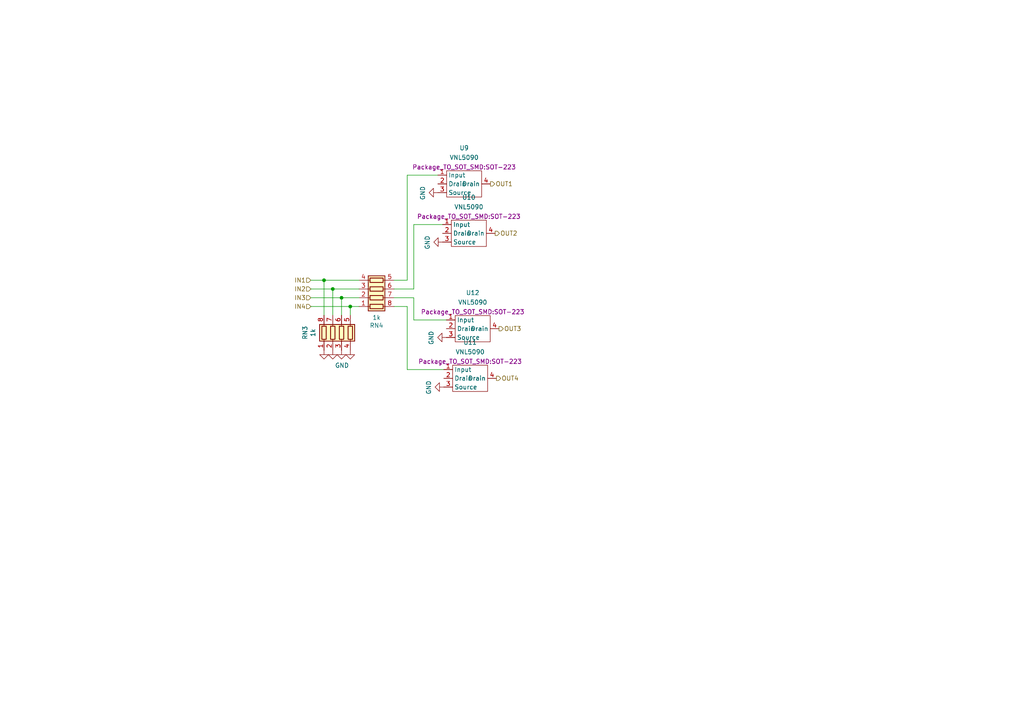
<source format=kicad_sch>
(kicad_sch (version 20211123) (generator eeschema)
  (paper "A4")
  (lib_symbols
    (symbol "Device:R_Pack04" (pin_names (offset 0) hide)
      (property "Reference" "RN" (at -7.62 0 90))
      (property "Value" "R_Pack04" (at 5.08 0 90))
      (symbol "R_Pack04_0_1"
        (rectangle (start -6.35 -2.413) (end 3.81 2.413) (stroke (width 0.254)) (fill (type background)))
        (rectangle (start -5.715 1.905) (end -4.445 -1.905) (stroke (width 0.254)))
        (rectangle (start -3.175 1.905) (end -1.905 -1.905) (stroke (width 0.254)))
        (rectangle (start -0.635 1.905) (end 0.635 -1.905) (stroke (width 0.254)))
        (polyline (pts (xy -5.08 -2.54) (xy -5.08 -1.905)))
        (polyline (pts (xy -5.08 1.905) (xy -5.08 2.54)))
        (polyline (pts (xy -2.54 -2.54) (xy -2.54 -1.905)))
        (polyline (pts (xy -2.54 1.905) (xy -2.54 2.54)))
        (polyline (pts (xy 0 -2.54) (xy 0 -1.905)))
        (polyline (pts (xy 0 1.905) (xy 0 2.54)))
        (polyline (pts (xy 2.54 -2.54) (xy 2.54 -1.905)))
        (polyline (pts (xy 2.54 1.905) (xy 2.54 2.54)))
        (rectangle (start 1.905 1.905) (end 3.175 -1.905) (stroke (width 0.254)))
      )
      (symbol "R_Pack04_1_1"
        (pin passive line (at -5.08 -5.08 90) (length 2.54) (name "R1.1") (number "1"))
        (pin passive line (at -2.54 -5.08 90) (length 2.54) (name "R2.1") (number "2"))
        (pin passive line (at 0 -5.08 90) (length 2.54) (name "R3.1") (number "3"))
        (pin passive line (at 2.54 -5.08 90) (length 2.54) (name "R4.1") (number "4"))
        (pin passive line (at 2.54 5.08 270) (length 2.54) (name "R4.2") (number "5"))
        (pin passive line (at 0 5.08 270) (length 2.54) (name "R3.2") (number "6"))
        (pin passive line (at -2.54 5.08 270) (length 2.54) (name "R2.2") (number "7"))
        (pin passive line (at -5.08 5.08 270) (length 2.54) (name "R1.2") (number "8"))
      )
    )
    (symbol "Simon:VNL5090"
      (property "Reference" "U22" (at 6.1081 0.0001 0))
      (property "Value" "VNL5090" (at 6.1081 -2.5399 0))
      (property "Footprint" "Package_TO_SOT_SMD:SOT-223" (at 6.1081 -5.0799 0))
      (symbol "VNL5090_0_1"
        (rectangle (start -5.08 1.27) (end 5.08 -6.35))
      )
      (symbol "VNL5090_1_1"
        (pin input line (at -7.62 0 0) (length 2.54) (name "Input") (number "1"))
        (pin input line (at -7.62 -2.54 0) (length 2.54) (name "Drain") (number "2"))
        (pin input line (at -7.62 -5.08 0) (length 2.54) (name "Source") (number "3"))
        (pin output line (at 7.62 -2.54 180) (length 2.54) (name "Drain") (number "4"))
      )
    )
    (symbol "power:GND" (power) (pin_names (offset 0))
      (property "Value" "GND" (at 0 -3.81 0))
      (symbol "GND_0_1"
        (polyline (pts (xy 0 0) (xy 0 -1.27) (xy 1.27 -1.27) (xy 0 -2.54) (xy -1.27 -1.27) (xy 0 -1.27)))
      )
      (symbol "GND_1_1"
        (pin power_in line (at 0 0 270) (length 0) hide (name "GND") (number "1"))
      )
    )
  )
  (junction (at 99.06 86.36))
  (junction (at 101.6 88.9))
  (junction (at 93.98 81.28))
  (junction (at 96.52 83.82))
  (wire (pts (xy 90.17 88.9) (xy 101.6 88.9)))
  (wire (pts (xy 129.481 92.7999) (xy 120.015 92.7999)))
  (wire (pts (xy 90.17 83.82) (xy 96.52 83.82)))
  (wire (pts (xy 118.11 107.1901) (xy 128.7367 107.1901)))
  (wire (pts (xy 90.17 86.36) (xy 99.06 86.36)))
  (wire (pts (xy 114.3 88.9) (xy 118.11 88.9)))
  (wire (pts (xy 127 50.8) (xy 118.11 50.8)))
  (wire (pts (xy 104.14 86.36) (xy 99.06 86.36)))
  (wire (pts (xy 90.17 81.28) (xy 93.98 81.28)))
  (wire (pts (xy 104.14 81.28) (xy 93.98 81.28)))
  (wire (pts (xy 96.52 83.82) (xy 104.14 83.82)))
  (wire (pts (xy 114.3 83.82) (xy 120.015 83.82)))
  (wire (pts (xy 118.11 50.8) (xy 118.11 81.28)))
  (wire (pts (xy 96.52 91.44) (xy 96.52 83.82)))
  (wire (pts (xy 101.6 91.44) (xy 101.6 88.9)))
  (wire (pts (xy 93.98 81.28) (xy 93.98 91.44)))
  (wire (pts (xy 99.06 86.36) (xy 99.06 91.44)))
  (wire (pts (xy 114.3 86.36) (xy 120.015 86.36)))
  (wire (pts (xy 120.015 86.36) (xy 120.015 92.7999)))
  (wire (pts (xy 120.015 65.1359) (xy 128.3645 65.1359)))
  (wire (pts (xy 114.3 81.28) (xy 118.11 81.28)))
  (wire (pts (xy 101.6 88.9) (xy 104.14 88.9)))
  (wire (pts (xy 118.11 88.9) (xy 118.11 107.1901)))
  (wire (pts (xy 120.015 65.1359) (xy 120.015 83.82)))
  (hierarchical_label "OUT4" (shape output) (at 143.9767 109.7301 0))
  (hierarchical_label "IN2" (shape input) (at 90.17 83.82 180))
  (hierarchical_label "IN4" (shape input) (at 90.17 88.9 180))
  (hierarchical_label "OUT3" (shape output) (at 144.721 95.3399 0))
  (hierarchical_label "IN3" (shape input) (at 90.17 86.36 180))
  (hierarchical_label "IN1" (shape input) (at 90.17 81.28 180))
  (hierarchical_label "OUT2" (shape output) (at 143.6045 67.6759 0))
  (hierarchical_label "OUT1" (shape output) (at 142.24 53.34 0))
  (symbol (lib_id "Simon:VNL5090") (at 135.9845 65.1359 0)
    (property "Reference" "U10" (at 135.9845 57.2512 0))
    (property "Value" "VNL5090" (at 135.9845 60.0263 0))
    (property "Footprint" "Package_TO_SOT_SMD:SOT-223" (at 135.9845 62.8014 0))
  )
  (symbol (lib_id "power:GND") (at 127 55.88 270)
    (property "Reference" "#PWR058" (effects hide))
    (property "Value" "GND" (at 122.6058 56.007 0))
  )
  (symbol (lib_id "Simon:VNL5090") (at 137.101 92.7999 0)
    (property "Reference" "U12" (at 137.101 84.9152 0))
    (property "Value" "VNL5090" (at 137.101 87.6903 0))
    (property "Footprint" "Package_TO_SOT_SMD:SOT-223" (at 137.101 90.4654 0))
  )
  (symbol (lib_id "power:GND") (at 93.98 101.6 0)
    (property "Reference" "#PWR054" (effects hide))
    (property "Value" "GND" (effects hide))
  )
  (symbol (lib_id "power:GND") (at 129.481 97.8799 270)
    (property "Reference" "#PWR061" (effects hide))
    (property "Value" "GND" (at 125.0868 98.0069 0))
  )
  (symbol (lib_id "power:GND") (at 96.52 101.6 0)
    (property "Reference" "#PWR055" (effects hide))
    (property "Value" "GND" (effects hide))
  )
  (symbol (lib_id "power:GND") (at 101.6 101.6 0)
    (property "Reference" "#PWR057" (effects hide))
    (property "Value" "GND" (effects hide))
  )
  (symbol (lib_id "power:GND") (at 128.7367 112.2701 270)
    (property "Reference" "#PWR060" (effects hide))
    (property "Value" "GND" (at 124.3425 112.3971 0))
  )
  (symbol (lib_id "power:GND") (at 99.06 101.6 0)
    (property "Reference" "#PWR056" (effects hide))
    (property "Value" "GND" (at 99.187 105.9942 0))
  )
  (symbol (lib_id "power:GND") (at 128.3645 70.2159 270)
    (property "Reference" "#PWR059" (effects hide))
    (property "Value" "GND" (at 123.9703 70.3429 0))
  )
  (symbol (lib_id "Device:R_Pack04") (at 109.22 83.82 270) (mirror x)
    (property "Reference" "RN4" (at 109.22 94.4118 90))
    (property "Value" "1k" (at 109.22 92.1004 90))
    (property "Footprint" "Resistor_SMD:R_Array_Convex_4x0603" (effects hide))
    (property "LCSC" "C20197" (effects hide))
    (property "LCSC_ext" "0" (effects hide))
  )
  (symbol (lib_id "Simon:VNL5090") (at 134.62 50.8 0)
    (property "Reference" "U9" (at 134.62 42.9153 0))
    (property "Value" "VNL5090" (at 134.62 45.6904 0))
    (property "Footprint" "Package_TO_SOT_SMD:SOT-223" (at 134.62 48.4655 0))
  )
  (symbol (lib_id "Simon:VNL5090") (at 136.3567 107.1901 0)
    (property "Reference" "U11" (at 136.3567 99.3054 0))
    (property "Value" "VNL5090" (at 136.3567 102.0805 0))
    (property "Footprint" "Package_TO_SOT_SMD:SOT-223" (at 136.3567 104.8556 0))
  )
  (symbol (lib_id "Device:R_Pack04") (at 99.06 96.52 0)
    (property "Reference" "RN3" (at 88.4682 96.52 90))
    (property "Value" "1k" (at 90.7796 96.52 90))
    (property "Footprint" "Resistor_SMD:R_Array_Convex_4x0603" (effects hide))
    (property "LCSC" "C20197" (effects hide))
    (property "LCSC_ext" "0" (effects hide))
  )
)
</source>
